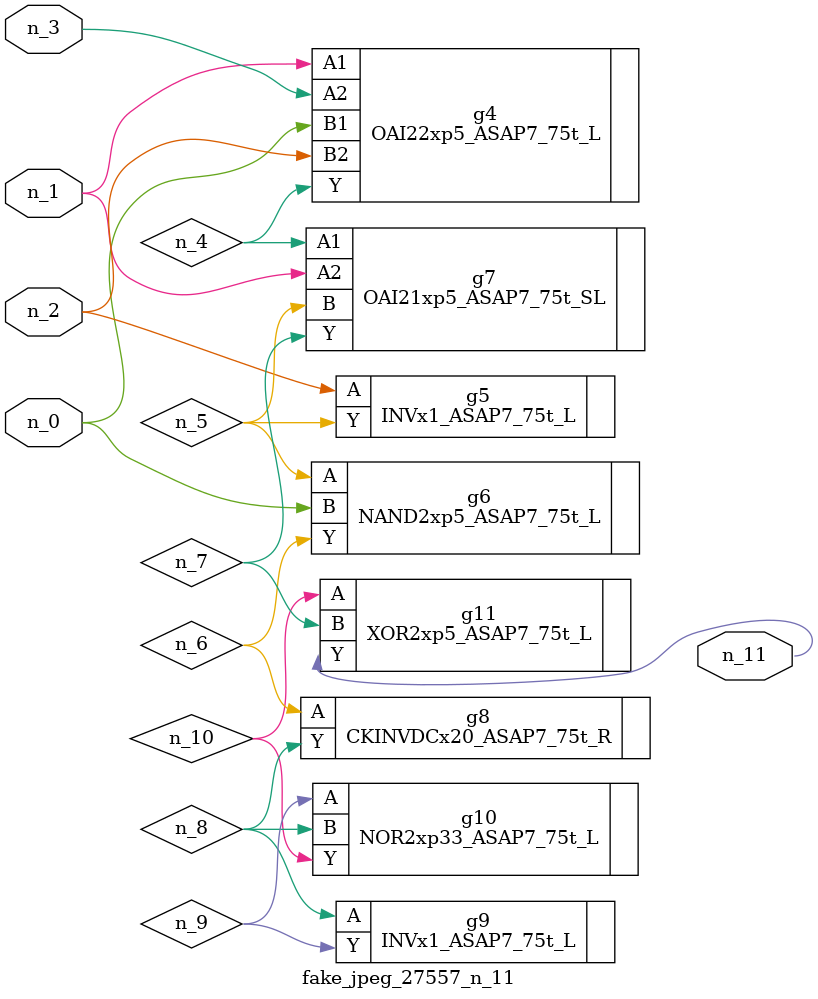
<source format=v>
module fake_jpeg_27557_n_11 (n_0, n_3, n_2, n_1, n_11);

input n_0;
input n_3;
input n_2;
input n_1;

output n_11;

wire n_10;
wire n_4;
wire n_8;
wire n_9;
wire n_6;
wire n_5;
wire n_7;

OAI22xp5_ASAP7_75t_L g4 ( 
.A1(n_1),
.A2(n_3),
.B1(n_0),
.B2(n_2),
.Y(n_4)
);

INVx1_ASAP7_75t_L g5 ( 
.A(n_2),
.Y(n_5)
);

NAND2xp5_ASAP7_75t_L g6 ( 
.A(n_5),
.B(n_0),
.Y(n_6)
);

CKINVDCx20_ASAP7_75t_R g8 ( 
.A(n_6),
.Y(n_8)
);

OAI21xp5_ASAP7_75t_SL g7 ( 
.A1(n_4),
.A2(n_1),
.B(n_5),
.Y(n_7)
);

INVx1_ASAP7_75t_L g9 ( 
.A(n_8),
.Y(n_9)
);

NOR2xp33_ASAP7_75t_L g10 ( 
.A(n_9),
.B(n_8),
.Y(n_10)
);

XOR2xp5_ASAP7_75t_L g11 ( 
.A(n_10),
.B(n_7),
.Y(n_11)
);


endmodule
</source>
